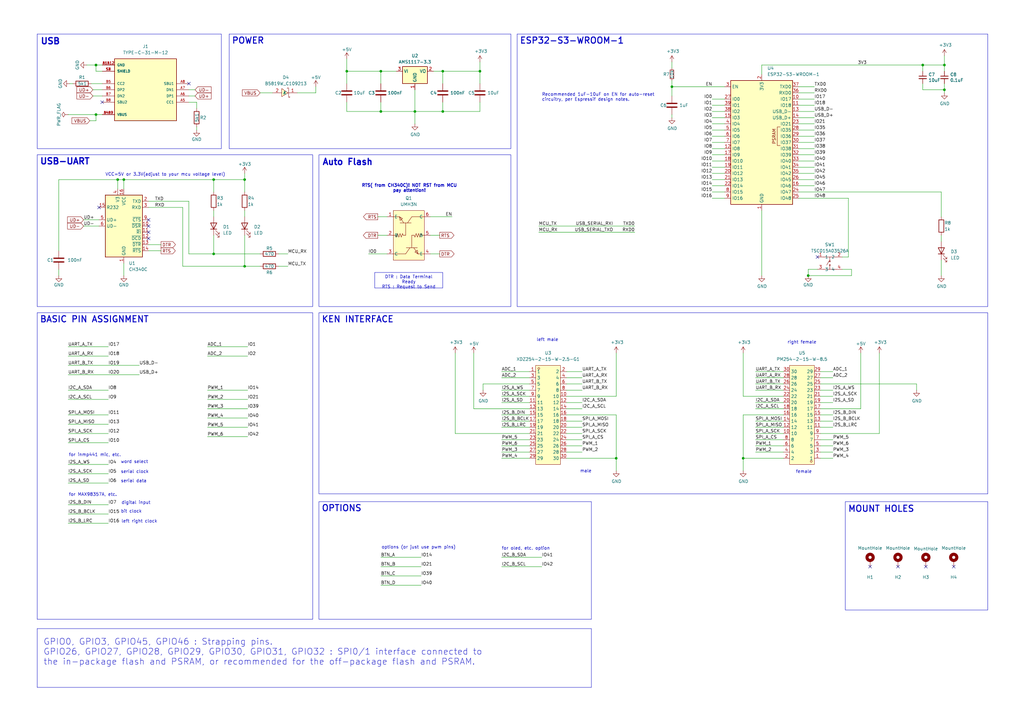
<source format=kicad_sch>
(kicad_sch (version 20250114) (generator "eeschema") (generator_version "9.0")
  (paper "A3")
  (title_block (title "SmartKnob View") (rev "${RELEASE_VERSION}") (company "Scott Bezek") (comment 2 "${COMMIT_DATE_LONG}") (comment 3 "${COMMIT_HASH}"))
  (rectangle (start 15.24 13.97) (end 90.805 60.96))
  (rectangle (start 15.24 63.5) (end 128.27 125.73))
  (rectangle (start 346.71 205.74) (end 405.13 250.19))
  (rectangle (start 93.98 13.97) (end 209.55 60.96))
  (rectangle (start 15.24 257.81) (end 242.57 281.94))
  (rectangle (start 130.81 128.27) (end 405.13 202.565))
  (rectangle (start 130.81 205.74) (end 242.57 254))
  (rectangle (start 212.09 13.97) (end 405.13 125.73))
  (rectangle (start 130.81 63.5) (end 209.55 125.73))
  (rectangle (start 15.24 128.27) (end 128.27 254))
  (text "POWER" (at 94.996 18.288 0) (effects (font (size 2.54 2.54) (thickness 0.4013) (bold yes)) (justify left bottom)))
  (text "VCC=5V or 3.3V(adjust to your mcu voltage level)" (at 43.18 72.39 0) (effects (font (size 1.27 1.27)) (justify left bottom)))
  (text "for MAX98357A, etc." (at 28.194 202.946 0) (effects (font (size 1.27 1.27)) (justify left)))
  (text "USB" (at 16.51 18.542 0) (effects (font (size 2.54 2.54) (thickness 0.508) (bold yes)) (justify left bottom)))
  (text "KEN INTERFACE" (at 131.826 132.588 0) (effects (font (size 2.54 2.54) (thickness 0.4013) (bold yes)) (justify left bottom)))
  (text "GPIO0, GPIO3, GPIO45, GPIO46 : Strapping pins.\nGPIO26, GPIO27, GPIO28, GPIO29, GPIO30, GPIO31, GPIO32 : SPI0/1 interface connected to\nthe in-package flash and PSRAM, or recommended for the off-package flash and PSRAM." (at 17.78 261.874 0) (effects (font (size 2.54 2.54)) (justify left top)))
  (text "MOUNT HOLES" (at 347.726 210.312 0) (effects (font (size 2.54 2.54) (thickness 0.4013) (bold yes)) (justify left bottom)))
  (text "right female" (at 328.93 140.462 0) (effects (font (size 1.27 1.27))))
  (text "RTS( from CH340C)! NOT RST from MCU\npay attention!" (at 167.894 78.994 0) (effects (font (size 1.27 1.27) (thickness 0.254) (bold yes)) (justify bottom)))
  (text "female" (at 329.692 193.548 0) (effects (font (size 1.27 1.27))))
  (text "word select" (at 49.53 190.246 0) (effects (font (size 1.27 1.27)) (justify left bottom)))
  (text "BASIC PIN ASSIGNMENT" (at 16.256 132.588 0) (effects (font (size 2.54 2.54) (thickness 0.4013) (bold yes)) (justify left bottom)))
  (text "male" (at 240.284 193.294 0) (effects (font (size 1.27 1.27))))
  (text "serial clock" (at 49.53 194.31 0) (effects (font (size 1.27 1.27)) (justify left bottom)))
  (text "left right clock" (at 49.784 214.63 0) (effects (font (size 1.27 1.27)) (justify left bottom)))
  (text "bit clock" (at 49.53 210.566 0) (effects (font (size 1.27 1.27)) (justify left bottom)))
  (text "left male" (at 224.536 139.446 0) (effects (font (size 1.27 1.27))))
  (text "ESP32-S3-WROOM-1" (at 213.106 18.288 0) (effects (font (size 2.54 2.54) (thickness 0.4013) (bold yes)) (justify left bottom)))
  (text "OPTIONS" (at 131.826 210.058 0) (effects (font (size 2.54 2.54) (thickness 0.4013) (bold yes)) (justify left bottom)))
  (text "Recommended 1uF-10uF on EN for auto-reset\ncircuitry, per Espressif design notes." (at 222.25 41.656 0) (effects (font (size 1.27 1.27)) (justify left bottom)))
  (text "USB-UART" (at 16.256 67.818 0) (effects (font (size 2.54 2.54) (thickness 0.508) (bold yes)) (justify left bottom)))
  (text "options (or just use pwm pins)" (at 156.464 225.298 0) (effects (font (size 1.27 1.27)) (justify left bottom)))
  (text "digital input" (at 49.784 207.01 0) (effects (font (size 1.27 1.27)) (justify left bottom)))
  (text "serial data" (at 49.53 198.12 0) (effects (font (size 1.27 1.27)) (justify left bottom)))
  (text "for oled, etc. option" (at 205.74 224.282 0) (effects (font (size 1.27 1.27)) (justify left top)))
  (text "for inmp441 mic, etc." (at 28.194 185.928 0) (effects (font (size 1.27 1.27)) (justify left top)))
  (text "Auto Flash" (at 132.08 68.072 0) (effects (font (size 2.54 2.54) (thickness 0.508) (bold yes)) (justify left bottom)))
  (text_box "DTR : Data Terminal Ready\nRTS : Request to Send" (at 153.67 111.76 0) (size 27.94 6.35) (margins 0.9525 0.9525 0.9525 0.9525) (effects (font (size 1.27 1.27)) (justify top)))
  (junction (at 387.35 26.67))
  (junction (at 252.73 187.96))
  (junction (at 170.18 45.72))
  (junction (at 387.35 36.83))
  (junction (at 87.63 104.14))
  (junction (at 100.33 109.22))
  (junction (at 39.37 26.67))
  (junction (at 87.63 73.66))
  (junction (at 48.26 73.66))
  (junction (at 142.24 29.21))
  (junction (at 378.46 26.67))
  (junction (at 196.85 29.21))
  (junction (at 39.37 46.99))
  (junction (at 275.59 35.56))
  (junction (at 50.8 73.66))
  (junction (at 331.47 113.03))
  (junction (at 156.21 29.21))
  (junction (at 100.33 73.66))
  (junction (at 181.61 29.21))
  (junction (at 156.21 45.72))
  (junction (at 181.61 45.72))
  (junction (at 304.8 187.96))
  (no_connect (at 368.3 232.41))
  (no_connect (at 77.47 34.29))
  (no_connect (at 60.96 90.17))
  (no_connect (at 60.96 92.71))
  (no_connect (at 335.28 105.41))
  (no_connect (at 356.87 232.41))
  (no_connect (at 41.91 41.91))
  (no_connect (at 40.64 85.09))
  (no_connect (at 391.16 232.41))
  (no_connect (at 379.73 232.41))
  (no_connect (at 60.96 95.25))
  (no_connect (at 60.96 97.79))
  (wire (pts (xy 275.59 48.26) (xy 275.59 46.99)))
  (wire (pts (xy 60.96 100.33) (xy 66.04 100.33)))
  (wire (pts (xy 252.73 170.18) (xy 232.41 170.18)))
  (wire (pts (xy 252.73 187.96) (xy 252.73 193.04)))
  (wire (pts (xy 275.59 25.4) (xy 275.59 27.94)))
  (wire (pts (xy 39.37 26.67) (xy 41.91 26.67)))
  (wire (pts (xy 186.69 144.78) (xy 186.69 177.8)))
  (wire (pts (xy 38.1 36.83) (xy 41.91 36.83)))
  (wire (pts (xy 27.94 149.86) (xy 57.15 149.86)))
  (wire (pts (xy 334.01 35.56) (xy 327.66 35.56)))
  (wire (pts (xy 39.37 49.53) (xy 39.37 46.99)))
  (wire (pts (xy 156.21 29.21) (xy 162.56 29.21)))
  (wire (pts (xy 275.59 35.56) (xy 297.18 35.56)))
  (wire (pts (xy 170.18 45.72) (xy 170.18 50.8)))
  (wire (pts (xy 156.21 240.03) (xy 172.72 240.03)))
  (wire (pts (xy 27.94 181.61) (xy 44.45 181.61)))
  (wire (pts (xy 312.42 86.36) (xy 312.42 113.03)))
  (wire (pts (xy 217.17 162.56) (xy 205.74 162.56)))
  (wire (pts (xy 378.46 26.67) (xy 387.35 26.67)))
  (wire (pts (xy 238.76 177.8) (xy 232.41 177.8)))
  (wire (pts (xy 309.88 177.8) (xy 321.31 177.8)))
  (wire (pts (xy 87.63 73.66) (xy 100.33 73.66)))
  (wire (pts (xy 198.12 157.48) (xy 198.12 160.02)))
  (wire (pts (xy 100.33 96.52) (xy 100.33 109.22)))
  (wire (pts (xy 309.88 180.34) (xy 321.31 180.34)))
  (wire (pts (xy 111.76 38.1) (xy 106.68 38.1)))
  (wire (pts (xy 334.01 38.1) (xy 327.66 38.1)))
  (wire (pts (xy 142.24 45.72) (xy 156.21 45.72)))
  (wire (pts (xy 60.96 102.87) (xy 66.04 102.87)))
  (wire (pts (xy 196.85 29.21) (xy 196.85 34.29)))
  (wire (pts (xy 80.645 41.91) (xy 80.645 44.45)))
  (wire (pts (xy 292.1 78.74) (xy 297.18 78.74)))
  (wire (pts (xy 100.33 109.22) (xy 106.68 109.22)))
  (wire (pts (xy 217.17 187.96) (xy 205.74 187.96)))
  (wire (pts (xy 336.55 170.18) (xy 341.63 170.18)))
  (wire (pts (xy 238.76 172.72) (xy 232.41 172.72)))
  (wire (pts (xy 217.17 182.88) (xy 205.74 182.88)))
  (wire (pts (xy 100.33 73.66) (xy 100.33 78.74)))
  (wire (pts (xy 27.94 146.05) (xy 44.45 146.05)))
  (wire (pts (xy 292.1 53.34) (xy 297.18 53.34)))
  (wire (pts (xy 336.55 185.42) (xy 341.63 185.42)))
  (wire (pts (xy 85.09 167.64) (xy 101.6 167.64)))
  (wire (pts (xy 321.31 187.96) (xy 304.8 187.96)))
  (wire (pts (xy 309.88 157.48) (xy 321.31 157.48)))
  (wire (pts (xy 29.845 34.29) (xy 28.575 34.29)))
  (wire (pts (xy 309.88 182.88) (xy 321.31 182.88)))
  (wire (pts (xy 304.8 187.96) (xy 304.8 193.04)))
  (wire (pts (xy 85.09 160.02) (xy 101.6 160.02)))
  (wire (pts (xy 304.8 162.56) (xy 321.31 162.56)))
  (wire (pts (xy 87.63 86.36) (xy 87.63 88.9)))
  (wire (pts (xy 336.55 157.48) (xy 375.92 157.48)))
  (wire (pts (xy 170.18 45.72) (xy 181.61 45.72)))
  (wire (pts (xy 292.1 50.8) (xy 297.18 50.8)))
  (wire (pts (xy 387.35 34.29) (xy 387.35 36.83)))
  (wire (pts (xy 292.1 40.64) (xy 297.18 40.64)))
  (wire (pts (xy 217.17 157.48) (xy 198.12 157.48)))
  (wire (pts (xy 217.17 160.02) (xy 205.74 160.02)))
  (wire (pts (xy 309.88 154.94) (xy 321.31 154.94)))
  (wire (pts (xy 181.61 41.91) (xy 181.61 45.72)))
  (wire (pts (xy 220.98 92.71) (xy 260.35 92.71)))
  (wire (pts (xy 387.35 36.83) (xy 378.46 36.83)))
  (wire (pts (xy 142.24 24.13) (xy 142.24 29.21)))
  (wire (pts (xy 309.88 172.72) (xy 321.31 172.72)))
  (wire (pts (xy 27.94 170.18) (xy 44.45 170.18)))
  (wire (pts (xy 48.26 77.47) (xy 48.26 73.66)))
  (wire (pts (xy 142.24 41.91) (xy 142.24 45.72)))
  (wire (pts (xy 336.55 162.56) (xy 341.63 162.56)))
  (wire (pts (xy 238.76 165.1) (xy 232.41 165.1)))
  (wire (pts (xy 87.63 104.14) (xy 77.47 104.14)))
  (wire (pts (xy 87.63 96.52) (xy 87.63 104.14)))
  (wire (pts (xy 309.88 185.42) (xy 321.31 185.42)))
  (wire (pts (xy 156.21 236.22) (xy 172.72 236.22)))
  (wire (pts (xy 386.08 106.68) (xy 386.08 113.03)))
  (wire (pts (xy 154.94 96.52) (xy 158.75 96.52)))
  (wire (pts (xy 238.76 167.64) (xy 232.41 167.64)))
  (wire (pts (xy 87.63 78.74) (xy 87.63 73.66)))
  (wire (pts (xy 24.13 102.87) (xy 24.13 73.66)))
  (wire (pts (xy 360.68 177.8) (xy 336.55 177.8)))
  (wire (pts (xy 336.55 165.1) (xy 341.63 165.1)))
  (wire (pts (xy 336.55 160.02) (xy 341.63 160.02)))
  (wire (pts (xy 77.47 36.83) (xy 80.01 36.83)))
  (wire (pts (xy 292.1 43.18) (xy 297.18 43.18)))
  (wire (pts (xy 34.29 90.17) (xy 40.64 90.17)))
  (wire (pts (xy 292.1 58.42) (xy 297.18 58.42)))
  (wire (pts (xy 378.46 29.21) (xy 378.46 26.67)))
  (wire (pts (xy 334.01 76.2) (xy 327.66 76.2)))
  (wire (pts (xy 181.61 29.21) (xy 196.85 29.21)))
  (wire (pts (xy 194.31 144.78) (xy 194.31 167.64)))
  (wire (pts (xy 349.25 110.49) (xy 349.25 113.03)))
  (wire (pts (xy 156.21 45.72) (xy 170.18 45.72)))
  (wire (pts (xy 238.76 160.02) (xy 232.41 160.02)))
  (wire (pts (xy 217.17 175.26) (xy 205.74 175.26)))
  (wire (pts (xy 27.94 173.99) (xy 44.45 173.99)))
  (wire (pts (xy 336.55 172.72) (xy 341.63 172.72)))
  (wire (pts (xy 205.74 228.6) (xy 222.25 228.6)))
  (wire (pts (xy 50.8 73.66) (xy 87.63 73.66)))
  (wire (pts (xy 309.88 167.64) (xy 321.31 167.64)))
  (wire (pts (xy 37.465 34.29) (xy 41.91 34.29)))
  (wire (pts (xy 217.17 154.94) (xy 205.74 154.94)))
  (wire (pts (xy 353.06 167.64) (xy 336.55 167.64)))
  (wire (pts (xy 217.17 165.1) (xy 205.74 165.1)))
  (wire (pts (xy 334.01 71.12) (xy 327.66 71.12)))
  (wire (pts (xy 292.1 48.26) (xy 297.18 48.26)))
  (wire (pts (xy 309.88 175.26) (xy 321.31 175.26)))
  (wire (pts (xy 142.24 29.21) (xy 142.24 34.29)))
  (wire (pts (xy 170.18 36.83) (xy 170.18 45.72)))
  (wire (pts (xy 220.98 95.25) (xy 260.35 95.25)))
  (wire (pts (xy 292.1 76.2) (xy 297.18 76.2)))
  (wire (pts (xy 80.645 52.07) (xy 80.645 53.34)))
  (wire (pts (xy 334.01 43.18) (xy 327.66 43.18)))
  (wire (pts (xy 176.53 88.9) (xy 185.42 88.9)))
  (wire (pts (xy 74.93 109.22) (xy 74.93 85.09)))
  (wire (pts (xy 309.88 160.02) (xy 321.31 160.02)))
  (wire (pts (xy 386.08 78.74) (xy 386.08 88.9)))
  (wire (pts (xy 44.45 163.83) (xy 27.94 163.83)))
  (wire (pts (xy 36.83 49.53) (xy 39.37 49.53)))
  (wire (pts (xy 35.56 26.67) (xy 39.37 26.67)))
  (wire (pts (xy 345.44 105.41) (xy 347.98 105.41)))
  (wire (pts (xy 336.55 187.96) (xy 341.63 187.96)))
  (wire (pts (xy 129.54 35.56) (xy 129.54 38.1)))
  (wire (pts (xy 181.61 29.21) (xy 181.61 34.29)))
  (wire (pts (xy 217.17 172.72) (xy 205.74 172.72)))
  (wire (pts (xy 252.73 144.78) (xy 252.73 162.56)))
  (wire (pts (xy 292.1 55.88) (xy 297.18 55.88)))
  (wire (pts (xy 347.98 81.28) (xy 347.98 105.41)))
  (wire (pts (xy 334.01 66.04) (xy 327.66 66.04)))
  (wire (pts (xy 50.8 73.66) (xy 48.26 73.66)))
  (wire (pts (xy 106.68 104.14) (xy 87.63 104.14)))
  (wire (pts (xy 196.85 29.21) (xy 196.85 25.4)))
  (wire (pts (xy 27.94 46.99) (xy 39.37 46.99)))
  (wire (pts (xy 34.29 92.71) (xy 40.64 92.71)))
  (wire (pts (xy 334.01 73.66) (xy 327.66 73.66)))
  (wire (pts (xy 77.47 41.91) (xy 80.645 41.91)))
  (wire (pts (xy 292.1 68.58) (xy 297.18 68.58)))
  (wire (pts (xy 217.17 152.4) (xy 205.74 152.4)))
  (wire (pts (xy 238.76 182.88) (xy 232.41 182.88)))
  (wire (pts (xy 378.46 36.83) (xy 378.46 34.29)))
  (wire (pts (xy 114.3 109.22) (xy 118.11 109.22)))
  (wire (pts (xy 151.13 104.14) (xy 158.75 104.14)))
  (wire (pts (xy 27.94 207.01) (xy 44.45 207.01)))
  (wire (pts (xy 181.61 45.72) (xy 196.85 45.72)))
  (wire (pts (xy 77.47 104.14) (xy 77.47 82.55)))
  (wire (pts (xy 129.54 38.1) (xy 121.92 38.1)))
  (wire (pts (xy 334.01 40.64) (xy 327.66 40.64)))
  (wire (pts (xy 27.94 210.82) (xy 44.45 210.82)))
  (wire (pts (xy 85.09 179.07) (xy 101.6 179.07)))
  (wire (pts (xy 50.8 107.95) (xy 50.8 113.03)))
  (wire (pts (xy 252.73 170.18) (xy 252.73 187.96)))
  (wire (pts (xy 292.1 45.72) (xy 297.18 45.72)))
  (wire (pts (xy 252.73 187.96) (xy 232.41 187.96)))
  (wire (pts (xy 85.09 163.83) (xy 101.6 163.83)))
  (wire (pts (xy 50.8 77.47) (xy 50.8 73.66)))
  (wire (pts (xy 39.37 29.21) (xy 39.37 26.67)))
  (wire (pts (xy 387.35 29.21) (xy 387.35 26.67)))
  (wire (pts (xy 386.08 96.52) (xy 386.08 99.06)))
  (wire (pts (xy 156.21 29.21) (xy 156.21 34.29)))
  (wire (pts (xy 27.94 190.5) (xy 44.45 190.5)))
  (wire (pts (xy 387.35 22.86) (xy 387.35 26.67)))
  (wire (pts (xy 238.76 154.94) (xy 232.41 154.94)))
  (wire (pts (xy 217.17 185.42) (xy 205.74 185.42)))
  (wire (pts (xy 336.55 152.4) (xy 341.63 152.4)))
  (wire (pts (xy 345.44 110.49) (xy 349.25 110.49)))
  (wire (pts (xy 77.47 39.37) (xy 80.01 39.37)))
  (wire (pts (xy 39.37 46.99) (xy 41.91 46.99)))
  (wire (pts (xy 85.09 175.26) (xy 101.6 175.26)))
  (wire (pts (xy 100.33 71.12) (xy 100.33 73.66)))
  (wire (pts (xy 27.94 198.12) (xy 44.45 198.12)))
  (wire (pts (xy 327.66 81.28) (xy 347.98 81.28)))
  (wire (pts (xy 312.42 26.67) (xy 378.46 26.67)))
  (wire (pts (xy 85.09 146.05) (xy 101.6 146.05)))
  (wire (pts (xy 238.76 152.4) (xy 232.41 152.4)))
  (wire (pts (xy 177.8 29.21) (xy 181.61 29.21)))
  (wire (pts (xy 100.33 86.36) (xy 100.33 88.9)))
  (wire (pts (xy 205.74 232.41) (xy 222.25 232.41)))
  (wire (pts (xy 142.24 29.21) (xy 156.21 29.21)))
  (wire (pts (xy 335.28 110.49) (xy 331.47 110.49)))
  (wire (pts (xy 196.85 41.91) (xy 196.85 45.72)))
  (wire (pts (xy 309.88 152.4) (xy 321.31 152.4)))
  (wire (pts (xy 238.76 175.26) (xy 232.41 175.26)))
  (wire (pts (xy 334.01 50.8) (xy 327.66 50.8)))
  (wire (pts (xy 114.3 104.14) (xy 118.11 104.14)))
  (wire (pts (xy 238.76 185.42) (xy 232.41 185.42)))
  (wire (pts (xy 24.13 110.49) (xy 24.13 113.03)))
  (wire (pts (xy 292.1 81.28) (xy 297.18 81.28)))
  (wire (pts (xy 334.01 63.5) (xy 327.66 63.5)))
  (wire (pts (xy 238.76 180.34) (xy 232.41 180.34)))
  (wire (pts (xy 353.06 144.78) (xy 353.06 167.64)))
  (wire (pts (xy 321.31 170.18) (xy 304.8 170.18)))
  (wire (pts (xy 154.94 88.9) (xy 158.75 88.9)))
  (wire (pts (xy 331.47 110.49) (xy 331.47 113.03)))
  (wire (pts (xy 74.93 109.22) (xy 100.33 109.22)))
  (wire (pts (xy 74.93 85.09) (xy 60.96 85.09)))
  (wire (pts (xy 375.92 157.48) (xy 375.92 160.02)))
  (wire (pts (xy 336.55 182.88) (xy 341.63 182.88)))
  (wire (pts (xy 176.53 96.52) (xy 180.34 96.52)))
  (wire (pts (xy 360.68 144.78) (xy 360.68 177.8)))
  (wire (pts (xy 27.94 160.02) (xy 44.45 160.02)))
  (wire (pts (xy 309.88 165.1) (xy 321.31 165.1)))
  (wire (pts (xy 334.01 68.58) (xy 327.66 68.58)))
  (wire (pts (xy 304.8 144.78) (xy 304.8 162.56)))
  (wire (pts (xy 238.76 157.48) (xy 232.41 157.48)))
  (wire (pts (xy 41.91 29.21) (xy 39.37 29.21)))
  (wire (pts (xy 387.35 36.83) (xy 387.35 38.1)))
  (wire (pts (xy 27.94 142.24) (xy 44.45 142.24)))
  (wire (pts (xy 27.94 194.31) (xy 44.45 194.31)))
  (wire (pts (xy 292.1 63.5) (xy 297.18 63.5)))
  (wire (pts (xy 85.09 142.24) (xy 101.6 142.24)))
  (wire (pts (xy 304.8 170.18) (xy 304.8 187.96)))
  (wire (pts (xy 77.47 82.55) (xy 60.96 82.55)))
  (wire (pts (xy 156.21 228.6) (xy 172.72 228.6)))
  (wire (pts (xy 186.69 177.8) (xy 217.17 177.8)))
  (wire (pts (xy 334.01 60.96) (xy 327.66 60.96)))
  (wire (pts (xy 194.31 167.64) (xy 217.17 167.64)))
  (wire (pts (xy 292.1 71.12) (xy 297.18 71.12)))
  (wire (pts (xy 156.21 41.91) (xy 156.21 45.72)))
  (wire (pts (xy 336.55 154.94) (xy 341.63 154.94)))
  (wire (pts (xy 176.53 104.14) (xy 180.34 104.14)))
  (wire (pts (xy 334.01 58.42) (xy 327.66 58.42)))
  (wire (pts (xy 349.25 113.03) (xy 331.47 113.03)))
  (wire (pts (xy 327.66 78.74) (xy 386.08 78.74)))
  (wire (pts (xy 336.55 175.26) (xy 341.63 175.26)))
  (wire (pts (xy 292.1 73.66) (xy 297.18 73.66)))
  (wire (pts (xy 275.59 35.56) (xy 275.59 39.37)))
  (wire (pts (xy 85.09 171.45) (xy 101.6 171.45)))
  (wire (pts (xy 292.1 60.96) (xy 297.18 60.96)))
  (wire (pts (xy 275.59 33.02) (xy 275.59 35.56)))
  (wire (pts (xy 217.17 170.18) (xy 205.74 170.18)))
  (wire (pts (xy 24.13 73.66) (xy 48.26 73.66)))
  (wire (pts (xy 27.94 214.63) (xy 44.45 214.63)))
  (wire (pts (xy 252.73 162.56) (xy 232.41 162.56)))
  (wire (pts (xy 217.17 180.34) (xy 205.74 180.34)))
  (wire (pts (xy 292.1 66.04) (xy 297.18 66.04)))
  (wire (pts (xy 336.55 180.34) (xy 341.63 180.34)))
  (wire (pts (xy 312.42 30.48) (xy 312.42 26.67)))
  (wire (pts (xy 156.21 232.41) (xy 172.72 232.41)))
  (wire (pts (xy 334.01 45.72) (xy 327.66 45.72)))
  (wire (pts (xy 334.01 53.34) (xy 327.66 53.34)))
  (wire (pts (xy 38.1 39.37) (xy 41.91 39.37)))
  (wire (pts (xy 27.94 177.8) (xy 44.45 177.8)))
  (wire (pts (xy 334.01 48.26) (xy 327.66 48.26)))
  (wire (pts (xy 334.01 55.88) (xy 327.66 55.88)))
  (wire (pts (xy 27.94 153.67) (xy 57.15 153.67)))
  (label "UART_B_RX" (at 238.76 160.02 0))
  (label "PWM_5" (at 205.74 180.34 0))
  (label "IO48" (at 334.01 81.28 0))
  (label "I2S_A_WS" (at 27.94 190.5 0))
  (label "ADC_2" (at 85.09 146.05 0))
  (label "BTN_A" (at 156.21 228.6 0))
  (label "UD-" (at 34.29 92.71 0))
  (label "UART_B_TX" (at 309.88 157.48 0))
  (label "BTN_D" (at 156.21 240.03 0))
  (label "IO16" (at 292.1 81.28 180))
  (label "IO40" (at 101.6 171.45 0))
  (label "IO41" (at 101.6 175.26 0))
  (label "SPI_A_MOSI" (at 238.76 172.72 0))
  (label "IO45" (at 334.01 73.66 0))
  (label "PWM_4" (at 85.09 171.45 0))
  (label "TXD" (at 63.5 82.55 0))
  (label "IO1" (at 101.6 142.24 0))
  (label "IO21" (at 334.01 50.8 0))
  (label "I2S_A_SD" (at 27.94 198.12 0))
  (label "UART_B_RX" (at 27.94 153.67 0))
  (label "ADC_1" (at 205.74 152.4 0))
  (label "UART_A_RX" (at 27.94 146.05 0))
  (label "IO39" (at 101.6 167.64 0))
  (label "I2S_B_LRC" (at 27.94 214.63 0))
  (label "PWM_1" (at 85.09 160.02 0))
  (label "RXD0" (at 334.01 38.1 0))
  (label "PWM_6" (at 85.09 179.07 0))
  (label "I2S_B_LRC" (at 205.74 175.26 0))
  (label "MCU_TX" (at 118.11 109.22 0))
  (label "I2S_A_SCK" (at 341.63 162.56 0))
  (label "UART_B_TX" (at 238.76 157.48 0))
  (label "PWM_6" (at 341.63 182.88 0))
  (label "I2S_A_SCK" (at 27.94 194.31 0))
  (label "UART_A_TX" (at 309.88 152.4 0))
  (label "SPI_A_SCK" (at 309.88 177.8 0))
  (label "UART_A_RX" (at 238.76 154.94 0))
  (label "IO15" (at 292.1 78.74 180))
  (label "PWM_5" (at 341.63 180.34 0))
  (label "IO36" (at 334.01 55.88 0))
  (label "I2S_B_DIN" (at 27.94 207.01 0))
  (label "RXD" (at 63.5 85.09 0))
  (label "IO10" (at 44.45 181.61 0))
  (label "3V3" (at 351.79 26.67 0))
  (label "PWM_3" (at 341.63 185.42 0))
  (label "UD+" (at 34.29 90.17 0))
  (label "ADC_2" (at 341.63 154.94 0))
  (label "IO16" (at 44.45 214.63 0))
  (label "I2S_A_WS" (at 341.63 160.02 0))
  (label "I2C_A_SDA" (at 309.88 165.1 0))
  (label "IO8" (at 292.1 60.96 180))
  (label "PWM_1" (at 309.88 182.88 0))
  (label "RXD0" (at 260.35 95.25 180))
  (label "IO1" (at 292.1 43.18 180))
  (label "PWM_3" (at 85.09 167.64 0))
  (label "IO13" (at 44.45 173.99 0))
  (label "SPI_A_CS" (at 27.94 181.61 0))
  (label "PWM_2" (at 238.76 185.42 0))
  (label "IO17" (at 334.01 40.64 0))
  (label "I2S_A_SD" (at 205.74 165.1 0))
  (label "IO5" (at 44.45 194.31 0))
  (label "TXD0" (at 260.35 92.71 180))
  (label "IO40" (at 334.01 66.04 0))
  (label "IO12" (at 292.1 71.12 180))
  (label "IO0" (at 292.1 40.64 180))
  (label "ADC_2" (at 205.74 154.94 0))
  (label "I2S_A_WS" (at 205.74 160.02 0))
  (label "IO20" (at 44.45 153.67 0))
  (label "IO8" (at 44.45 160.02 0))
  (label "SPI_A_MISO" (at 238.76 175.26 0))
  (label "IO6" (at 292.1 55.88 180))
  (label "IO13" (at 292.1 73.66 180))
  (label "IO6" (at 44.45 198.12 0))
  (label "IO5" (at 292.1 53.34 180))
  (label "IO46" (at 334.01 76.2 0))
  (label "I2S_B_BCLK" (at 341.63 172.72 0))
  (label "USB_SERIAL_RXI" (at 251.46 92.71 180))
  (label "PWM_3" (at 205.74 185.42 0))
  (label "IO37" (at 334.01 58.42 0))
  (label "I2S_B_BCLK" (at 205.74 172.72 0))
  (label "SPI_A_SCK" (at 27.94 177.8 0))
  (label "I2S_A_SCK" (at 205.74 162.56 0))
  (label "MCU_TX" (at 220.98 92.71 0))
  (label "USB_D-" (at 57.15 149.86 0))
  (label "PWM_4" (at 341.63 187.96 0))
  (label "IO7" (at 44.45 207.01 0))
  (label "USB_D+" (at 334.01 48.26 0))
  (label "PWM_2" (at 85.09 163.83 0))
  (label "BTN_C" (at 156.21 236.22 0))
  (label "IO39" (at 172.72 236.22 0))
  (label "I2S_B_DIN" (at 341.63 170.18 0))
  (label "IO0" (at 151.13 104.14 0))
  (label "UART_B_TX" (at 27.94 149.86 0))
  (label "SPI_A_MISO" (at 27.94 173.99 0))
  (label "I2C_A_SCL" (at 309.88 167.64 0))
  (label "IO9" (at 44.45 163.83 0))
  (label "PWM_5" (at 85.09 175.26 0))
  (label "IO18" (at 334.01 43.18 0))
  (label "PWM_4" (at 205.74 187.96 0))
  (label "IO18" (at 44.45 146.05 0))
  (label "IO11" (at 44.45 170.18 0))
  (label "I2C_B_SCL" (at 205.74 232.41 0))
  (label "I2S_B_BCLK" (at 27.94 210.82 0))
  (label "I2C_A_SDA" (at 27.94 160.02 0))
  (label "SPI_A_SCK" (at 238.76 177.8 0))
  (label "SPI_A_MOSI" (at 27.94 170.18 0))
  (label "SPI_A_CS" (at 238.76 180.34 0))
  (label "I2S_B_LRC" (at 341.63 175.26 0))
  (label "IO41" (at 222.25 228.6 0))
  (label "SPI_A_MISO" (at 309.88 175.26 0))
  (label "IO15" (at 44.45 210.82 0))
  (label "I2C_A_SCL" (at 238.76 167.64 0))
  (label "SPI_A_CS" (at 309.88 180.34 0))
  (label "EN" (at 185.42 88.9 180))
  (label "IO10" (at 292.1 66.04 180))
  (label "EN" (at 292.1 35.56 180))
  (label "IO7" (at 292.1 58.42 180))
  (label "UART_A_RX" (at 309.88 154.94 0))
  (label "PWM_2" (at 309.88 185.42 0))
  (label "IO12" (at 44.45 177.8 0))
  (label "UART_B_RX" (at 309.88 160.02 0))
  (label "I2S_A_SD" (at 341.63 165.1 0))
  (label "IO3" (at 292.1 48.26 180))
  (label "USB_D+" (at 57.15 153.67 0))
  (label "PWM_1" (at 238.76 182.88 0))
  (label "ADC_1" (at 341.63 152.4 0))
  (label "BTN_B" (at 156.21 232.41 0))
  (label "IO4" (at 44.45 190.5 0))
  (label "IO2" (at 292.1 45.72 180))
  (label "IO42" (at 101.6 179.07 0))
  (label "I2C_A_SCL" (at 27.94 163.83 0))
  (label "ADC_1" (at 85.09 142.24 0))
  (label "I2C_A_SDA" (at 238.76 165.1 0))
  (label "IO42" (at 334.01 71.12 0))
  (label "PWM_6" (at 205.74 182.88 0))
  (label "IO14" (at 172.72 228.6 0))
  (label "SPI_A_MOSI" (at 309.88 172.72 0))
  (label "I2S_B_DIN" (at 205.74 170.18 0))
  (label "IO2" (at 101.6 146.05 0))
  (label "IO14" (at 101.6 160.02 0))
  (label "IO19" (at 44.45 149.86 0))
  (label "IO21" (at 172.72 232.41 0))
  (label "IO9" (at 292.1 63.5 180))
  (label "UART_A_TX" (at 27.94 142.24 0))
  (label "IO21" (at 101.6 163.83 0))
  (label "IO11" (at 292.1 68.58 180))
  (label "IO14" (at 292.1 76.2 180))
  (label "MCU_RX" (at 220.98 95.25 0))
  (label "USB_SERIAL_TXO" (at 251.46 95.25 180))
  (label "IO42" (at 222.25 232.41 0))
  (label "IO40" (at 172.72 240.03 0))
  (label "UART_A_TX" (at 238.76 152.4 0))
  (label "IO4" (at 292.1 50.8 180))
  (label "IO35" (at 334.01 53.34 0))
  (label "IO38" (at 334.01 60.96 0))
  (label "IO17" (at 44.45 142.24 0))
  (label "IO41" (at 334.01 68.58 0))
  (label "I2C_B_SDA" (at 205.74 228.6 0))
  (label "USB_D-" (at 334.01 45.72 0))
  (label "IO47" (at 334.01 78.74 0))
  (label "IO39" (at 334.01 63.5 0))
  (label "TXD0" (at 334.01 35.56 0))
  (label "MCU_RX" (at 118.11 104.14 0))
  (global_label "DTR" (shape output) (at 154.94 96.52 180) (property "Intersheetrefs" "${INTERSHEET_REFS}" (effects (hide yes))))
  (global_label "RTS" (shape output) (at 180.34 96.52 0) (property "Intersheetrefs" "${INTERSHEET_REFS}" (effects (hide yes))))
  (global_label "RTS" (shape output) (at 154.94 88.9 180) (property "Intersheetrefs" "${INTERSHEET_REFS}" (effects (hide yes))))
  (global_label "UD-" (shape input) (at 38.1 39.37 180) (property "Intersheetrefs" "${INTERSHEET_REFS}" (effects (hide yes))))
  (global_label "UD+" (shape input) (at 34.29 90.17 180) (property "Intersheetrefs" "${INTERSHEET_REFS}" (effects (hide yes))))
  (global_label "VBUS" (shape input) (at 106.68 38.1 180) (property "Intersheetrefs" "${INTERSHEET_REFS}" (effects (hide yes))))
  (global_label "UD-" (shape input) (at 34.29 92.71 180) (property "Intersheetrefs" "${INTERSHEET_REFS}" (effects (hide yes))))
  (global_label "UD+" (shape input) (at 80.01 39.37 0) (property "Intersheetrefs" "${INTERSHEET_REFS}" (effects (hide yes))))
  (global_label "VBUS" (shape input) (at 36.83 49.53 180) (property "Intersheetrefs" "${INTERSHEET_REFS}" (effects (hide yes))))
  (global_label "RTS" (shape output) (at 66.04 102.87 0) (property "Intersheetrefs" "${INTERSHEET_REFS}" (effects (hide yes))))
  (global_label "UD-" (shape input) (at 80.01 36.83 0) (property "Intersheetrefs" "${INTERSHEET_REFS}" (effects (hide yes))))
  (global_label "DTR" (shape output) (at 66.04 100.33 0) (property "Intersheetrefs" "${INTERSHEET_REFS}" (effects (hide yes))))
  (global_label "UD+" (shape input) (at 38.1 36.83 180) (property "Intersheetrefs" "${INTERSHEET_REFS}" (effects (hide yes))))
  (global_label "DTR" (shape output) (at 180.34 104.14 0) (property "Intersheetrefs" "${INTERSHEET_REFS}" (effects (hide yes))))
  (symbol (lib_id "Mechanical:MountingHole_Pad") (at 356.87 229.87 0) (unit 1)
    (property "Reference" "H1" (at 356.87 236.728 0))
    (property "Value" "MountHole" (at 356.87 224.79 0))
    (property "Footprint" "MountingHole:MountingHole_3.2mm_M3_DIN965_Pad" (effects (hide yes)))
    (property "Note" "Screw: M2x5 (pan/round); Nut: M2 hex. LCSC min qty 50 (but still very cheap)" (effects (hide yes)))
    (property "LCSC" "C2911210 or C2911532 (screw), C2961595 (nut)" (effects (hide yes)))
  )
  (symbol (lib_id "Mechanical:MountingHole_Pad") (at 368.3 229.87 0) (unit 1)
    (property "Reference" "H2" (at 368.3 236.728 0))
    (property "Value" "MountHole" (at 368.3 224.79 0))
    (property "Footprint" "MountingHole:MountingHole_3.2mm_M3_DIN965_Pad" (effects (hide yes)))
    (property "Note" "Screw: M2x5 (pan/round); Nut: M2 hex. LCSC min qty 50 (but still very cheap)" (effects (hide yes)))
    (property "LCSC" "C2911210 or C2911532 (screw), C2961595 (nut)" (effects (hide yes)))
  )
  (symbol (lib_id "Mechanical:MountingHole_Pad") (at 379.73 229.87 0) (unit 1)
    (property "Reference" "H3" (at 379.73 236.728 0))
    (property "Value" "MountHole" (at 379.73 225.044 0))
    (property "Footprint" "MountingHole:MountingHole_3.2mm_M3_DIN965_Pad" (effects (hide yes)))
    (property "Note" "Screw: M2x5 (pan/round); Nut: M2 hex. LCSC min qty 50 (but still very cheap)" (effects (hide yes)))
    (property "LCSC" "C2911210 or C2911532 (screw), C2961595 (nut)" (effects (hide yes)))
  )
  (symbol (lib_id "Mechanical:MountingHole_Pad") (at 391.16 229.87 0) (unit 1)
    (property "Reference" "H4" (at 391.16 236.728 0))
    (property "Value" "MountHole" (at 391.16 224.79 0))
    (property "Footprint" "MountingHole:MountingHole_3.2mm_M3_DIN965_Pad" (effects (hide yes)))
    (property "Note" "Screw: M2x5 (pan/round); Nut: M2 hex. LCSC min qty 50 (but still very cheap)" (effects (hide yes)))
    (property "LCSC" "C2911210 or C2911532 (screw), C2961595 (nut)" (effects (hide yes)))
  )
  (symbol (lib_id "Device:R_Small") (at 275.59 30.48 0) (unit 1)
    (property "Reference" "R7" (at 273.304 30.48 0))
    (property "Value" "10k" (at 275.59 30.48 90))
    (property "Footprint" "Resistor_SMD:R_0603_1608Metric_Pad0.98x0.95mm_HandSolder" (effects (hide yes)))
    (property "LCSC" "C98220" (effects (hide yes)))
    (property "Digikey" "RMCF0603JT10K0CT-ND" (effects (hide yes)))
    (property "Mouser" "652-CR0603FX-1002ELF" (effects (hide yes)))
  )
  (symbol (lib_id "power:+3.3V") (at 275.59 25.4 0) (unit 1)
    (property "Reference" "#PWR010" (effects (hide yes)))
    (property "Value" "+3V3" (at 275.971 21.0058 0))
  )
  (symbol (lib_id "power:GND") (at 275.59 48.26 0) (unit 1)
    (property "Reference" "#PWR011" (effects (hide yes)))
    (property "Value" "GND" (at 275.717 52.6542 0))
  )
  (symbol (lib_id "Device:C") (at 24.13 106.68 0) (unit 1)
    (property "Reference" "C1" (at 19.304 106.68 0) (effects (justify left)))
    (property "Value" "100nF" (at 27.686 106.68 0) (effects (justify left)))
    (property "Footprint" "Capacitor_SMD:C_0603_1608Metric_Pad1.08x0.95mm_HandSolder" (effects (hide yes)))
  )
  (symbol (lib_id "XDZ254-2-15-W-2.5-G1:XDZ254-2-15-W-2.5-G1") (at 224.79 170.18 0) (unit 1)
    (property "Reference" "U3" (at 224.79 144.78 0))
    (property "Value" "XDZ254-2-15-W-2.5-G1" (at 224.79 147.32 0))
    (property "Footprint" "XDZ254-2-15-W-2.5-G1:HDR-TH_30P-P2.54-H-M-R2-C15-S2.54-N" (effects (hide yes)))
    (property "LCSC Part" "C18905913" (effects (hide yes)))
  )
  (symbol (lib_id "power:+3.3V") (at 100.33 71.12 0) (unit 1)
    (property "Reference" "#PWR06" (effects (hide yes)))
    (property "Value" "+3V3" (at 100.33 67.31 0))
  )
  (symbol (lib_id "power:+3.3V") (at 304.8 144.78 0) (unit 1)
    (property "Reference" "#PWR016" (effects (hide yes)))
    (property "Value" "+3V3" (at 305.181 140.3858 0))
  )
  (symbol (lib_id "power:GND") (at 28.575 34.29 270) (unit 1)
    (property "Reference" "#PWR02" (effects (hide yes)))
    (property "Value" "GND" (at 24.765 34.29 0))
  )
  (symbol (lib_id "power:GND") (at 387.35 38.1 0) (unit 1)
    (property "Reference" "#PWR014" (effects (hide yes)))
    (property "Value" "GND" (at 387.477 42.4942 0))
  )
  (symbol (lib_id "power:GND") (at 312.42 113.03 0) (unit 1)
    (property "Reference" "#PWR012" (effects (hide yes)))
    (property "Value" "GND" (at 312.547 117.4242 0))
  )
  (symbol (lib_id "power:GND") (at 198.12 160.02 0) (unit 1)
    (property "Reference" "#PWR024" (effects (hide yes)))
    (property "Value" "GND" (at 198.247 164.4142 0))
  )
  (symbol (lib_id "PM254-2-15-W-8.5:PM254-2-15-W-8.5") (at 328.93 170.18 180) (unit 1)
    (property "Reference" "U5" (at 328.93 144.78 0))
    (property "Value" "PM254-2-15-W-8.5" (at 328.93 147.32 0))
    (property "Footprint" "PM254-2-15-W-8.5:HDR-TH_30P-P2.54-H-F-R2-C15-W8.5" (effects (hide yes)))
    (property "LCSC Part" "C2897435" (effects (hide yes)))
  )
  (symbol (lib_id "power:+5V") (at 194.31 144.78 0) (unit 1)
    (property "Reference" "#PWR022" (effects (hide yes)))
    (property "Value" "+5V" (at 194.31 140.97 0))
  )
  (symbol (lib_id "Regulator_Linear:AMS1117-3.3") (at 170.18 29.21 0) (unit 1)
    (property "Reference" "U2" (at 170.18 22.86 0))
    (property "Value" "AMS1117-3.3" (at 170.18 25.4 0))
    (property "Footprint" "Package_TO_SOT_SMD:SOT-223-3_TabPin2" (effects (hide yes)))
    (property "Datasheet" "http://www.advanced-monolithic.com/pdf/ds1117.pdf" (effects (hide yes)))
    (property "Description" "1A Low Dropout regulator, positive, 3.3V fixed output, SOT-223" (effects (hide yes)))
  )
  (symbol (lib_id "Device:R") (at 80.645 48.26 0) (unit 1)
    (property "Reference" "R2" (at 83.312 48.26 0))
    (property "Value" "5k1" (at 80.772 48.26 90))
    (property "Footprint" "Resistor_SMD:R_0603_1608Metric_Pad0.98x0.95mm_HandSolder" (effects (hide yes)))
  )
  (symbol (lib_id "Device:C_Small") (at 378.46 31.75 0) (unit 1)
    (property "Reference" "C7" (at 380.7968 30.5816 0) (effects (justify left)))
    (property "Value" "10uF" (at 380.7968 32.893 0) (effects (justify left)))
    (property "Footprint" "Capacitor_SMD:C_0805_2012Metric_Pad1.18x1.45mm_HandSolder" (effects (hide yes)))
    (property "LCSC" "C15850" (effects (hide yes)))
    (property "Digikey" "1276-2891-1-ND" (effects (hide yes)))
    (property "Mouser" "187-CL21A106KAYNNNE" (effects (hide yes)))
  )
  (symbol (lib_id "RF_Module:ESP32-S3-WROOM-1") (at 312.42 58.42 0) (unit 1)
    (property "Reference" "U4" (at 314.6951 27.94 0) (effects (justify left)))
    (property "Value" "ESP32-S3-WROOM-1" (at 314.6951 30.48 0) (effects (justify left)))
    (property "Footprint" "RF_Module:ESP32-S3-WROOM-1" (effects (hide yes)))
    (property "Datasheet" "https://www.espressif.com/sites/default/files/documentation/esp32-s3-wroom-1_wroom-1u_datasheet_en.pdf" (effects (hide yes)))
    (property "Description" "RF Module, ESP32-S3 SoC, Wi-Fi 802.11b/g/n, Bluetooth, BLE, 32-bit, 3.3V, onboard antenna, SMD" (effects (hide yes)))
  )
  (symbol (lib_id "Device:C") (at 156.21 38.1 0) (unit 1)
    (property "Reference" "C3" (at 152.4 38.1 0))
    (property "Value" "100nF" (at 159.004 38.1 0) (effects (justify left)))
    (property "Footprint" "Capacitor_SMD:C_0603_1608Metric_Pad1.08x0.95mm_HandSolder" (effects (hide yes)))
  )
  (symbol (lib_id "TSC015A03526A:TSC015A03526A") (at 340.36 107.95 0) (unit 1)
    (property "Reference" "SW1" (at 340.36 100.33 0))
    (property "Value" "TSC015A03526A" (at 340.36 102.87 0))
    (property "Footprint" "TSC015A03526A:SW-SMD_4P-L4.5-W4.5-P3.00-LS6.8" (effects (hide yes)))
    (property "LCSC Part" "C2888900" (effects (hide yes)))
  )
  (symbol (lib_id "Device:R") (at 87.63 82.55 0) (unit 1)
    (property "Reference" "R3" (at 88.9 81.28 0) (effects (justify left)))
    (property "Value" "1k" (at 88.9 83.8199 0) (effects (justify left)))
    (property "Footprint" "Resistor_SMD:R_0603_1608Metric_Pad0.98x0.95mm_HandSolder" (effects (hide yes)))
  )
  (symbol (lib_id "Device:LED") (at 100.33 92.71 90) (unit 1)
    (property "Reference" "D2" (at 104.14 93.0274 90) (effects (justify right)))
    (property "Value" "LED" (at 104.14 95.5674 90) (effects (justify right)))
    (property "Footprint" "LED_SMD:LED_1206_3216Metric_Pad1.42x1.75mm_HandSolder" (effects (hide yes)))
  )
  (symbol (lib_id "Device:R") (at 110.49 109.22 90) (unit 1)
    (property "Reference" "R6" (at 110.49 111.76 90))
    (property "Value" "470" (at 110.49 109.22 90))
    (property "Footprint" "Resistor_SMD:R_0603_1608Metric_Pad0.98x0.95mm_HandSolder" (effects (hide yes)))
  )
  (symbol (lib_id "power:GND") (at 35.56 26.67 270) (unit 1)
    (property "Reference" "#PWR03" (effects (hide yes)))
    (property "Value" "GND" (at 31.75 26.67 0))
  )
  (symbol (lib_id "power:+3.3V") (at 196.85 25.4 0) (unit 1)
    (property "Reference" "#PWR09" (effects (hide yes)))
    (property "Value" "+3V3" (at 197.231 21.0058 0))
  )
  (symbol (lib_id "power:+3.3V") (at 360.68 144.78 0) (unit 1)
    (property "Reference" "#PWR018" (effects (hide yes)))
    (property "Value" "+3V3" (at 361.061 140.3858 0))
  )
  (symbol (lib_id "power:+3.3V") (at 252.73 144.78 0) (unit 1)
    (property "Reference" "#PWR020" (effects (hide yes)))
    (property "Value" "+3V3" (at 253.111 140.3858 0))
  )
  (symbol (lib_id "Device:R") (at 110.49 104.14 90) (unit 1)
    (property "Reference" "R5" (at 110.49 101.854 90))
    (property "Value" "470" (at 110.49 104.14 90))
    (property "Footprint" "Resistor_SMD:R_0603_1608Metric_Pad0.98x0.95mm_HandSolder" (effects (hide yes)))
  )
  (symbol (lib_id "Device:R") (at 386.08 92.71 0) (unit 1)
    (property "Reference" "R8" (at 387.35 91.44 0) (effects (justify left)))
    (property "Value" "1k" (at 387.35 93.9799 0) (effects (justify left)))
    (property "Footprint" "Resistor_SMD:R_0603_1608Metric_Pad0.98x0.95mm_HandSolder" (effects (hide yes)))
  )
  (symbol (lib_id "power:GND") (at 375.92 160.02 0) (unit 1)
    (property "Reference" "#PWR017" (effects (hide yes)))
    (property "Value" "GND" (at 376.047 164.4142 0))
  )
  (symbol (lib_id "power:GND") (at 170.18 50.8 0) (unit 1)
    (property "Reference" "#PWR08" (effects (hide yes)))
    (property "Value" "GND" (at 170.307 55.1942 0))
  )
  (symbol (lib_id "TYPE-C-31-M-12:TYPE-C-31-M-12") (at 59.69 36.83 180) (unit 1)
    (property "Reference" "J1" (at 59.69 19.05 0))
    (property "Value" "TYPE-C-31-M-12" (at 59.69 21.59 0))
    (property "Footprint" "TYPE-C-31-M-12:HRO_TYPE-C-31-M-12" (effects (hide yes)))
    (property "MAXIMUM_PACKAGE_HEIGHT" "3.31mm" (effects (hide yes)))
    (property "MANUFACTURER" "HRO Electronics" (effects (hide yes)))
    (property "PARTREV" "A" (effects (hide yes)))
    (property "STANDARD" "Manufacturer Recommendations" (effects (hide yes)))
  )
  (symbol (lib_id "power:+3.3V") (at 387.35 22.86 0) (unit 1)
    (property "Reference" "#PWR013" (effects (hide yes)))
    (property "Value" "+3V3" (at 387.731 18.4658 0))
  )
  (symbol (lib_id "power:GND") (at 386.08 113.03 0) (unit 1)
    (property "Reference" "#PWR025" (effects (hide yes)))
    (property "Value" "GND" (at 386.207 117.4242 0))
  )
  (symbol (lib_id "power:+5V") (at 129.54 35.56 0) (unit 1)
    (property "Reference" "#PWR027" (effects (hide yes)))
    (property "Value" "+5V" (at 129.54 31.75 0))
  )
  (symbol (lib_id "Device:C") (at 196.85 38.1 0) (unit 1)
    (property "Reference" "C5" (at 192.024 38.1 0) (effects (justify left)))
    (property "Value" "10uF" (at 199.898 38.1 0) (effects (justify left)))
    (property "Footprint" "Capacitor_SMD:C_1206_3216Metric_Pad1.33x1.80mm_HandSolder" (effects (hide yes)))
    (property "Description" "Unpolarized capacitor" (effects (hide yes)))
  )
  (symbol (lib_id "B5819W:B5819W_C109213") (at 115.57 36.83 180) (unit 1)
    (property "Reference" "D4" (at 117.22 31.75 0))
    (property "Value" "B5819W_C109213" (at 117.22 34.29 0))
    (property "Footprint" "B5819W:SOD-123_L2.8-W1.8-LS3.7-RD" (effects (hide yes)))
    (property "Datasheet" "https://lcsc.com/product-detail/Schottky-Barrier-Diodes-SBD_B5819W_C109213.html" (effects (hide yes)))
    (property "LCSC Part" "C109213" (effects (hide yes)))
  )
  (symbol (lib_id "Device:LED") (at 87.63 92.71 90) (unit 1)
    (property "Reference" "D1" (at 91.44 93.0274 90) (effects (justify right)))
    (property "Value" "LED" (at 91.44 95.5674 90) (effects (justify right)))
    (property "Footprint" "LED_SMD:LED_1206_3216Metric_Pad1.42x1.75mm_HandSolder" (effects (hide yes)))
  )
  (symbol (lib_id "power:GND") (at 304.8 193.04 0) (unit 1)
    (property "Reference" "#PWR015" (effects (hide yes)))
    (property "Value" "GND" (at 304.927 197.4342 0))
  )
  (symbol (lib_id "power:GND") (at 50.8 113.03 0) (unit 1)
    (property "Reference" "#PWR04" (effects (hide yes)))
    (property "Value" "GND" (at 50.8 116.84 0))
  )
  (symbol (lib_id "power:+3.3V") (at 186.69 144.78 0) (unit 1)
    (property "Reference" "#PWR023" (effects (hide yes)))
    (property "Value" "+3V3" (at 187.071 140.3858 0))
  )
  (symbol (lib_id "power:GND") (at 24.13 113.03 0) (unit 1)
    (property "Reference" "#PWR01" (effects (hide yes)))
    (property "Value" "GND" (at 24.13 116.84 0))
  )
  (symbol (lib_id "power:GND") (at 331.47 113.03 0) (unit 1)
    (property "Reference" "#PWR026" (effects (hide yes)))
    (property "Value" "GND" (at 331.47 116.84 0))
  )
  (symbol (lib_id "Interface_USB:CH340C") (at 50.8 92.71 0) (unit 1)
    (property "Reference" "U1" (at 52.8194 107.95 0) (effects (justify left)))
    (property "Value" "CH340C" (at 52.8194 110.49 0) (effects (justify left)))
    (property "Footprint" "Package_SO:SOIC-16_3.9x9.9mm_P1.27mm" (effects (hide yes)))
    (property "Datasheet" "https://datasheet.lcsc.com/szlcsc/Jiangsu-Qin-Heng-CH340C_C84681.pdf" (effects (hide yes)))
  )
  (symbol (lib_id "power:GND") (at 80.645 53.34 0) (unit 1)
    (property "Reference" "#PWR05" (effects (hide yes)))
    (property "Value" "GND" (at 80.645 57.15 0))
  )
  (symbol (lib_id "power:PWR_FLAG") (at 27.94 46.99 90) (unit 1)
    (property "Reference" "#FLG01" (effects (hide yes)))
    (property "Value" "PWR_FLAG" (at 24.13 46.99 0))
  )
  (symbol (lib_id "Device:C_Small") (at 387.35 31.75 0) (unit 1)
    (property "Reference" "C8" (at 389.6868 30.5816 0) (effects (justify left)))
    (property "Value" "0.1uF" (at 389.6868 32.893 0) (effects (justify left)))
    (property "Footprint" "Capacitor_SMD:C_0603_1608Metric_Pad1.08x0.95mm_HandSolder" (effects (hide yes)))
    (property "LCSC" "C1591" (effects (hide yes)))
    (property "Digikey" "1276-1935-1-ND" (effects (hide yes)))
    (property "Mouser" "187-CL10B104KB8NNWC" (effects (hide yes)))
  )
  (symbol (lib_id "Device:C") (at 181.61 38.1 0) (unit 1)
    (property "Reference" "C4" (at 177.8 38.1 0))
    (property "Value" "100nF" (at 184.658 38.1 0) (effects (justify left)))
    (property "Footprint" "Capacitor_SMD:C_0603_1608Metric_Pad1.08x0.95mm_HandSolder" (effects (hide yes)))
  )
  (symbol (lib_id "Device:C") (at 275.59 43.18 0) (unit 1)
    (property "Reference" "C6" (at 270.764 43.18 0) (effects (justify left)))
    (property "Value" "1uF" (at 278.638 43.18 0) (effects (justify left)))
    (property "Footprint" "Capacitor_SMD:C_0603_1608Metric_Pad1.08x0.95mm_HandSolder" (effects (hide yes)))
    (property "Description" "Unpolarized capacitor" (effects (hide yes)))
  )
  (symbol (lib_id "Device:LED") (at 386.08 102.87 90) (unit 1)
    (property "Reference" "D3" (at 389.89 103.1874 90) (effects (justify right)))
    (property "Value" "LED" (at 389.89 105.7274 90) (effects (justify right)))
    (property "Footprint" "LED_SMD:LED_1206_3216Metric_Pad1.42x1.75mm_HandSolder" (effects (hide yes)))
  )
  (symbol (lib_id "power:GND") (at 252.73 193.04 0) (unit 1)
    (property "Reference" "#PWR021" (effects (hide yes)))
    (property "Value" "GND" (at 252.857 197.4342 0))
  )
  (symbol (lib_id "Device:R") (at 33.655 34.29 270) (unit 1)
    (property "Reference" "R1" (at 33.655 31.75 90))
    (property "Value" "5k1" (at 33.782 34.29 90))
    (property "Footprint" "Resistor_SMD:R_0603_1608Metric_Pad0.98x0.95mm_HandSolder" (effects (hide yes)))
  )
  (symbol (lib_id "Device:R") (at 100.33 82.55 0) (unit 1)
    (property "Reference" "R4" (at 101.6 81.28 0) (effects (justify left)))
    (property "Value" "1k" (at 101.6 83.8199 0) (effects (justify left)))
    (property "Footprint" "Resistor_SMD:R_0603_1608Metric_Pad0.98x0.95mm_HandSolder" (effects (hide yes)))
  )
  (symbol (lib_id "power:+5V") (at 142.24 24.13 0) (unit 1)
    (property "Reference" "#PWR07" (effects (hide yes)))
    (property "Value" "+5V" (at 142.24 20.32 0))
  )
  (symbol (lib_id "Device:C") (at 142.24 38.1 0) (unit 1)
    (property "Reference" "C2" (at 137.414 38.1 0) (effects (justify left)))
    (property "Value" "10uF" (at 145.034 38.1 0) (effects (justify left)))
    (property "Footprint" "Capacitor_SMD:C_1206_3216Metric_Pad1.33x1.80mm_HandSolder" (effects (hide yes)))
    (property "Description" "Unpolarized capacitor" (effects (hide yes)))
  )
  (symbol (lib_id "UMH3N:UMH3N") (at 166.37 96.52 270) (unit 1)
    (property "Reference" "Q1" (at 167.64 81.28 90))
    (property "Value" "UMH3N" (at 167.64 83.82 90))
    (property "Footprint" "UMH3N:SC-70-6_L2.2-W1.3-P0.65-LS2.1-BR" (effects (hide yes)))
    (property "Datasheet" "https://lcsc.com/product-detail/Digital-Transistors_UMH3N_C62892.html" (effects (hide yes)))
    (property "LCSC Part" "C62892" (effects (hide yes)))
  )
  (symbol (lib_id "power:+5V") (at 353.06 144.78 0) (unit 1)
    (property "Reference" "#PWR019" (effects (hide yes)))
    (property "Value" "+5V" (at 353.06 140.97 0))
  )
)
</source>
